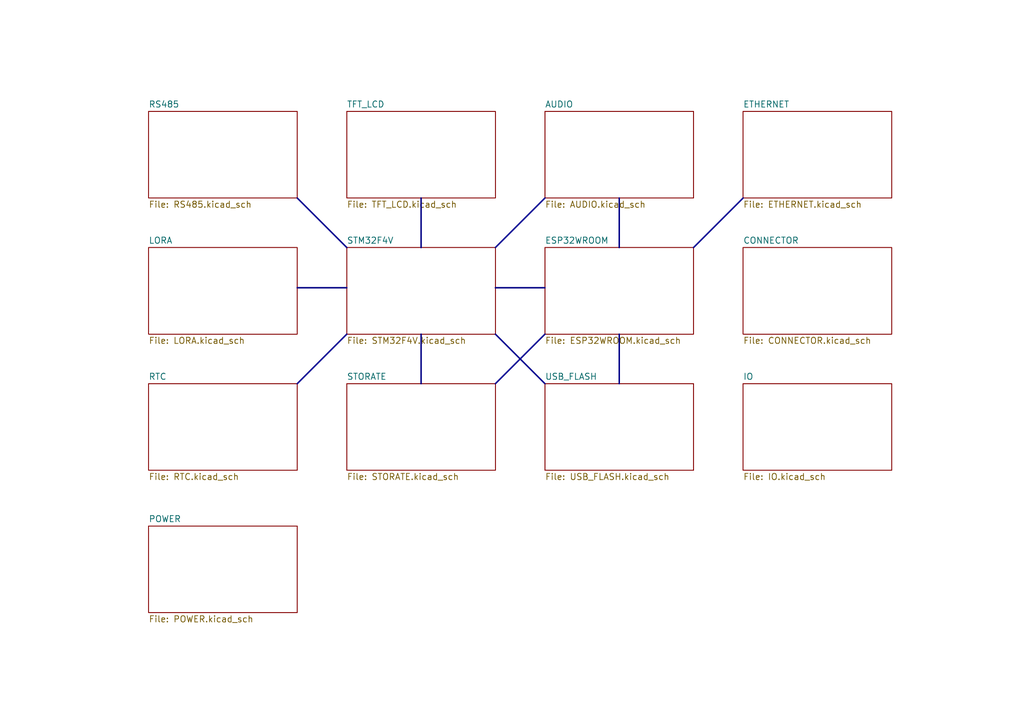
<source format=kicad_sch>
(kicad_sch (version 20211123) (generator eeschema)
  (paper "A5")
  (lib_symbols)
  (bus (pts (xy 142.24 50.8) (xy 152.4 40.64)))
  (bus (pts (xy 86.36 68.58) (xy 86.36 78.74)))
  (bus (pts (xy 101.6 50.8) (xy 111.76 40.64)))
  (bus (pts (xy 127 40.64) (xy 127 50.8)))
  (bus (pts (xy 127 68.58) (xy 127 78.74)))
  (bus (pts (xy 86.36 40.64) (xy 86.36 50.8)))
  (bus (pts (xy 60.96 78.74) (xy 71.12 68.58)))
  (bus (pts (xy 60.96 59.055) (xy 71.12 59.055)))
  (bus (pts (xy 60.96 40.64) (xy 71.12 50.8)))
  (bus (pts (xy 101.6 68.58) (xy 111.76 78.74)))
  (bus (pts (xy 101.6 59.055) (xy 111.76 59.055)))
  (bus (pts (xy 101.6 78.74) (xy 111.76 68.58)))
  (sheet (at 30.48 107.95) (size 30.48 17.78) (stroke (width 0.1524))
    (property "Sheet name" "POWER" (at 30.48 107.2384 0) (effects (justify left bottom)))
    (property "Sheet file" "POWER.kicad_sch" (at 30.48 126.3146 0) (effects (justify left top)))
  )
  (sheet (at 111.76 22.86) (size 30.48 17.78) (stroke (width 0.1524))
    (property "Sheet name" "AUDIO" (at 111.76 22.1484 0) (effects (justify left bottom)))
    (property "Sheet file" "AUDIO.kicad_sch" (at 111.76 41.2246 0) (effects (justify left top)))
  )
  (sheet (at 71.12 78.74) (size 30.48 17.78) (stroke (width 0.1524))
    (property "Sheet name" "STORATE" (at 71.12 78.0284 0) (effects (justify left bottom)))
    (property "Sheet file" "STORATE.kicad_sch" (at 71.12 97.1046 0) (effects (justify left top)))
  )
  (sheet (at 152.4 22.86) (size 30.48 17.78) (stroke (width 0.1524))
    (property "Sheet name" "ETHERNET" (at 152.4 22.1484 0) (effects (justify left bottom)))
    (property "Sheet file" "ETHERNET.kicad_sch" (at 152.4 41.2246 0) (effects (justify left top)))
  )
  (sheet (at 30.48 78.74) (size 30.48 17.78) (stroke (width 0.1524))
    (property "Sheet name" "RTC" (at 30.48 78.0284 0) (effects (justify left bottom)))
    (property "Sheet file" "RTC.kicad_sch" (at 30.48 97.1046 0) (effects (justify left top)))
  )
  (sheet (at 111.76 78.74) (size 30.48 17.78) (stroke (width 0.1524))
    (property "Sheet name" "USB_FLASH" (at 111.76 78.0284 0) (effects (justify left bottom)))
    (property "Sheet file" "USB_FLASH.kicad_sch" (at 111.76 97.1046 0) (effects (justify left top)))
  )
  (sheet (at 152.4 50.8) (size 30.48 17.78) (stroke (width 0.1524))
    (property "Sheet name" "CONNECTOR" (at 152.4 50.0884 0) (effects (justify left bottom)))
    (property "Sheet file" "CONNECTOR.kicad_sch" (at 152.4 69.1646 0) (effects (justify left top)))
  )
  (sheet (at 30.48 22.86) (size 30.48 17.78) (stroke (width 0.1524))
    (property "Sheet name" "RS485" (at 30.48 22.1484 0) (effects (justify left bottom)))
    (property "Sheet file" "RS485.kicad_sch" (at 30.48 41.2246 0) (effects (justify left top)))
  )
  (sheet (at 71.12 22.86) (size 30.48 17.78) (stroke (width 0.1524))
    (property "Sheet name" "TFT_LCD" (at 71.12 22.1484 0) (effects (justify left bottom)))
    (property "Sheet file" "TFT_LCD.kicad_sch" (at 71.12 41.2246 0) (effects (justify left top)))
  )
  (sheet (at 111.76 50.8) (size 30.48 17.78) (stroke (width 0.1524))
    (property "Sheet name" "ESP32WROOM" (at 111.76 50.0884 0) (effects (justify left bottom)))
    (property "Sheet file" "ESP32WROOM.kicad_sch" (at 111.76 69.1646 0) (effects (justify left top)))
  )
  (sheet (at 30.48 50.8) (size 30.48 17.78) (stroke (width 0.1524))
    (property "Sheet name" "LORA" (at 30.48 50.0884 0) (effects (justify left bottom)))
    (property "Sheet file" "LORA.kicad_sch" (at 30.48 69.1646 0) (effects (justify left top)))
  )
  (sheet (at 71.12 50.8) (size 30.48 17.78) (stroke (width 0.1524))
    (property "Sheet name" "STM32F4V" (at 71.12 50.0884 0) (effects (justify left bottom)))
    (property "Sheet file" "STM32F4V.kicad_sch" (at 71.12 69.1646 0) (effects (justify left top)))
  )
  (sheet (at 152.4 78.74) (size 30.48 17.78) (stroke (width 0.1524))
    (property "Sheet name" "IO" (at 152.4 78.0284 0) (effects (justify left bottom)))
    (property "Sheet file" "IO.kicad_sch" (at 152.4 97.1046 0) (effects (justify left top)))
  )
)
</source>
